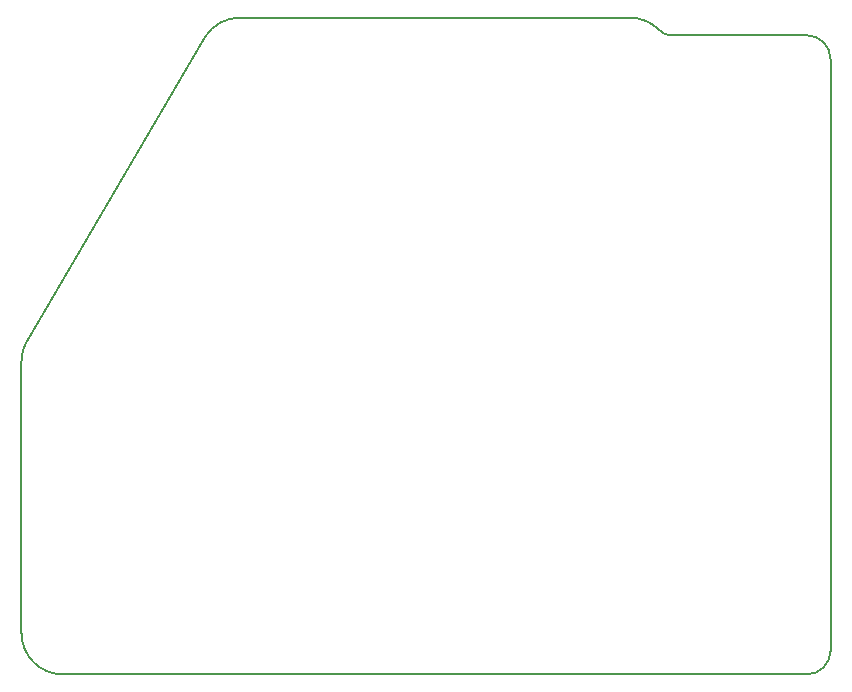
<source format=gbr>
%TF.GenerationSoftware,KiCad,Pcbnew,9.0.0*%
%TF.CreationDate,2025-07-02T21:21:17+02:00*%
%TF.ProjectId,PCK-ST1,50434b2d-5354-4312-9e6b-696361645f70,rev?*%
%TF.SameCoordinates,Original*%
%TF.FileFunction,Profile,NP*%
%FSLAX46Y46*%
G04 Gerber Fmt 4.6, Leading zero omitted, Abs format (unit mm)*
G04 Created by KiCad (PCBNEW 9.0.0) date 2025-07-02 21:21:17*
%MOMM*%
%LPD*%
G01*
G04 APERTURE LIST*
%TA.AperFunction,Profile*%
%ADD10C,0.200000*%
%TD*%
G04 APERTURE END LIST*
D10*
X186000000Y-62900000D02*
X186000000Y-113000000D01*
X133053659Y-61010802D02*
G75*
G02*
X136000000Y-59400001I2946341J-1889198D01*
G01*
X117880946Y-86912077D02*
X133053660Y-61010800D01*
X117500000Y-111500000D02*
X117500000Y-88500000D01*
X121000000Y-115000000D02*
G75*
G02*
X117500000Y-111500000I0J3500000D01*
G01*
X169000000Y-59400000D02*
G75*
G02*
X171474874Y-60425126I0J-3500000D01*
G01*
X172500000Y-60900000D02*
G75*
G02*
X171474868Y-60425131I26800J1401800D01*
G01*
X136000000Y-59400000D02*
X169000000Y-59400000D01*
X121000000Y-115000000D02*
X184000000Y-115000000D01*
X117499998Y-88500000D02*
G75*
G02*
X117880931Y-86912102I3500002J0D01*
G01*
X184000000Y-60900000D02*
X172500000Y-60900000D01*
X186000000Y-113000000D02*
G75*
G02*
X184000000Y-115000000I-2000000J0D01*
G01*
X184000000Y-60900000D02*
G75*
G02*
X186000000Y-62900000I0J-2000000D01*
G01*
M02*

</source>
